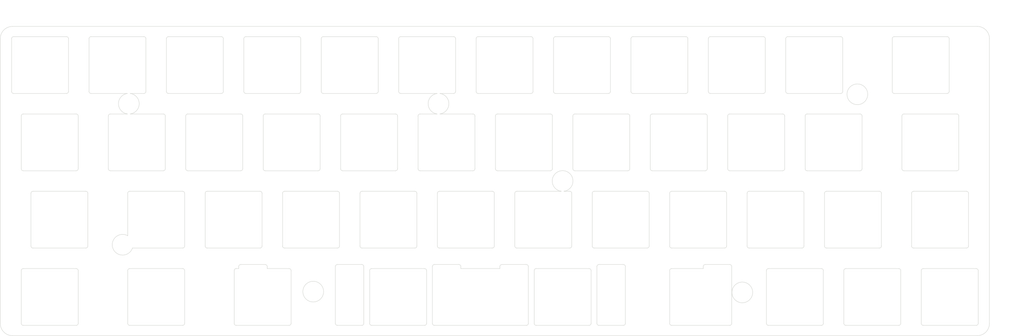
<source format=kicad_pcb>
(kicad_pcb (version 20171130) (host pcbnew "(5.1.10)-1")

  (general
    (thickness 1.6)
    (drawings 422)
    (tracks 0)
    (zones 0)
    (modules 0)
    (nets 1)
  )

  (page A4)
  (layers
    (0 F.Cu signal)
    (31 B.Cu signal)
    (32 B.Adhes user)
    (33 F.Adhes user)
    (34 B.Paste user)
    (35 F.Paste user)
    (36 B.SilkS user)
    (37 F.SilkS user)
    (38 B.Mask user)
    (39 F.Mask user)
    (40 Dwgs.User user)
    (41 Cmts.User user)
    (42 Eco1.User user)
    (43 Eco2.User user)
    (44 Edge.Cuts user)
    (45 Margin user)
    (46 B.CrtYd user)
    (47 F.CrtYd user)
    (48 B.Fab user)
    (49 F.Fab user)
  )

  (setup
    (last_trace_width 0.25)
    (trace_clearance 0.2)
    (zone_clearance 0.508)
    (zone_45_only no)
    (trace_min 0.2)
    (via_size 0.8)
    (via_drill 0.4)
    (via_min_size 0.4)
    (via_min_drill 0.3)
    (uvia_size 0.3)
    (uvia_drill 0.1)
    (uvias_allowed no)
    (uvia_min_size 0.2)
    (uvia_min_drill 0.1)
    (edge_width 0.05)
    (segment_width 0.2)
    (pcb_text_width 0.3)
    (pcb_text_size 1.5 1.5)
    (mod_edge_width 0.12)
    (mod_text_size 1 1)
    (mod_text_width 0.15)
    (pad_size 1.524 1.524)
    (pad_drill 0.762)
    (pad_to_mask_clearance 0)
    (aux_axis_origin 0 0)
    (grid_origin 22.2236 24.6047)
    (visible_elements 7FFFEFFF)
    (pcbplotparams
      (layerselection 0x3f0ff_ffffffff)
      (usegerberextensions false)
      (usegerberattributes false)
      (usegerberadvancedattributes false)
      (creategerberjobfile false)
      (excludeedgelayer true)
      (linewidth 0.100000)
      (plotframeref false)
      (viasonmask false)
      (mode 1)
      (useauxorigin false)
      (hpglpennumber 1)
      (hpglpenspeed 20)
      (hpglpendiameter 15.000000)
      (psnegative false)
      (psa4output false)
      (plotreference true)
      (plotvalue true)
      (plotinvisibletext false)
      (padsonsilk false)
      (subtractmaskfromsilk false)
      (outputformat 1)
      (mirror false)
      (drillshape 0)
      (scaleselection 1)
      (outputdirectory "./"))
  )

  (net 0 "")

  (net_class Default "This is the default net class."
    (clearance 0.2)
    (trace_width 0.25)
    (via_dia 0.8)
    (via_drill 0.4)
    (uvia_dia 0.3)
    (uvia_drill 0.1)
  )

  (dimension 76.199902 (width 0.15) (layer Dwgs.User)
    (gr_text "76.200 mm" (at 279.111099 67.217165 89.99999925) (layer Dwgs.User)
      (effects (font (size 1 1) (thickness 0.15)))
    )
    (feature1 (pts (xy 268.952107 29.117214) (xy 278.397521 29.117214)))
    (feature2 (pts (xy 268.952106 105.317116) (xy 278.39752 105.317116)))
    (crossbar (pts (xy 277.811099 105.317116) (xy 277.8111 29.117214)))
    (arrow1a (pts (xy 277.8111 29.117214) (xy 278.397521 30.243718)))
    (arrow1b (pts (xy 277.8111 29.117214) (xy 277.224679 30.243718)))
    (arrow2a (pts (xy 277.811099 105.317116) (xy 278.39752 104.190612)))
    (arrow2b (pts (xy 277.811099 105.317116) (xy 277.224678 104.190612)))
  )
  (dimension 243.387292 (width 0.15) (layer Dwgs.User)
    (gr_text "243.387 mm" (at 150.25846 23.3047) (layer Dwgs.User)
      (effects (font (size 1 1) (thickness 0.15)))
    )
    (feature1 (pts (xy 271.952106 32.117214) (xy 271.952106 24.018279)))
    (feature2 (pts (xy 28.564814 32.117214) (xy 28.564814 24.018279)))
    (crossbar (pts (xy 28.564814 24.6047) (xy 271.952106 24.6047)))
    (arrow1a (pts (xy 271.952106 24.6047) (xy 270.825602 25.191121)))
    (arrow1b (pts (xy 271.952106 24.6047) (xy 270.825602 24.018279)))
    (arrow2a (pts (xy 28.564814 24.6047) (xy 29.691318 25.191121)))
    (arrow2b (pts (xy 28.564814 24.6047) (xy 29.691318 24.018279)))
  )
  (gr_arc (start 60.189475 48.162874) (end 59.824874 45.639074) (angle -163.9454468) (layer Edge.Cuts) (width 0.1))
  (gr_arc (start 131.857975 64.189075) (end 131.357975 64.189075) (angle -90) (layer Edge.Cuts) (width 0.1))
  (gr_arc (start 68.657975 64.189075) (end 68.657975 64.689075) (angle -90) (layer Edge.Cuts) (width 0.1))
  (gr_line (start 144.857975 50.689075) (end 136.74567 50.689075) (layer Edge.Cuts) (width 0.1))
  (gr_line (start 50.395475 32.139074) (end 50.395474 45.139074) (layer Edge.Cuts) (width 0.1))
  (gr_line (start 166.581681 69.739075) (end 155.670475 69.739075) (layer Edge.Cuts) (width 0.1))
  (gr_arc (start 136.389475 48.164076) (end 136.033279 45.639075) (angle -163.9408337) (layer Edge.Cuts) (width 0.1))
  (gr_line (start 140.095475 31.639074) (end 127.095475 31.639074) (layer Edge.Cuts) (width 0.1))
  (gr_arc (start 136.389475 48.164076) (end 136.74567 50.689075) (angle -163.9408337) (layer Edge.Cuts) (width 0.1))
  (gr_arc (start 50.895475 32.139074) (end 50.895475 31.639074) (angle -90) (layer Edge.Cuts) (width 0.1))
  (gr_arc (start 50.895475 45.139075) (end 50.395474 45.139074) (angle -90) (layer Edge.Cuts) (width 0.1))
  (gr_line (start 136.033279 50.689075) (end 131.857975 50.689075) (layer Edge.Cuts) (width 0.1))
  (gr_line (start 140.595475 45.139074) (end 140.595475 32.139074) (layer Edge.Cuts) (width 0.1))
  (gr_line (start 169.170475 83.239075) (end 169.170475 70.239074) (layer Edge.Cuts) (width 0.1))
  (gr_arc (start 166.924875 67.212274) (end 167.268068 69.739075) (angle -344.5306756) (layer Edge.Cuts) (width 0.1))
  (gr_arc (start 60.189475 48.162874) (end 60.537057 50.689075) (angle -163.9454468) (layer Edge.Cuts) (width 0.1))
  (gr_line (start 59.841892 50.689075) (end 55.657975 50.689075) (layer Edge.Cuts) (width 0.1))
  (gr_arc (start 117.513724 102.289074) (end 117.513726 102.789075) (angle -90) (layer Edge.Cuts) (width 0.1))
  (gr_line (start 63.895475 31.639075) (end 50.895475 31.639074) (layer Edge.Cuts) (width 0.1))
  (gr_arc (start 63.895475 32.139074) (end 64.395475 32.139074) (angle -90) (layer Edge.Cuts) (width 0.1))
  (gr_arc (start 168.670475 83.239075) (end 168.670475 83.739074) (angle -90) (layer Edge.Cuts) (width 0.1))
  (gr_line (start 155.170474 70.239074) (end 155.170474 83.239075) (layer Edge.Cuts) (width 0.1))
  (gr_line (start 145.357975 64.189075) (end 145.357975 51.189076) (layer Edge.Cuts) (width 0.1))
  (gr_line (start 136.74567 45.639075) (end 140.095476 45.639075) (layer Edge.Cuts) (width 0.1))
  (gr_arc (start 63.895474 45.139074) (end 63.895475 45.639075) (angle -90) (layer Edge.Cuts) (width 0.1))
  (gr_line (start 111.013725 88.289075) (end 111.013724 102.289074) (layer Edge.Cuts) (width 0.1))
  (gr_arc (start 144.857975 64.189075) (end 144.857975 64.689075) (angle -90) (layer Edge.Cuts) (width 0.1))
  (gr_arc (start 131.857975 51.189073) (end 131.857975 50.689075) (angle -90) (layer Edge.Cuts) (width 0.1))
  (gr_line (start 127.095474 45.639075) (end 136.033279 45.639075) (layer Edge.Cuts) (width 0.1))
  (gr_line (start 68.657975 50.689075) (end 60.537057 50.689075) (layer Edge.Cuts) (width 0.1))
  (gr_line (start 60.554075 45.639074) (end 63.895475 45.639075) (layer Edge.Cuts) (width 0.1))
  (gr_line (start 126.595475 32.139074) (end 126.595475 45.139074) (layer Edge.Cuts) (width 0.1))
  (gr_arc (start 140.095475 32.139074) (end 140.595475 32.139074) (angle -90) (layer Edge.Cuts) (width 0.1))
  (gr_line (start 64.395475 45.139074) (end 64.395475 32.139074) (layer Edge.Cuts) (width 0.1))
  (gr_arc (start 168.670475 70.239074) (end 169.170475 70.239074) (angle -90) (layer Edge.Cuts) (width 0.1))
  (gr_line (start 168.670474 69.739075) (end 167.268068 69.739075) (layer Edge.Cuts) (width 0.1))
  (gr_line (start 111.513725 102.789075) (end 117.513726 102.789075) (layer Edge.Cuts) (width 0.1))
  (gr_arc (start 155.670475 83.239075) (end 155.170474 83.239075) (angle -90) (layer Edge.Cuts) (width 0.1))
  (gr_arc (start 68.657974 51.189075) (end 69.157975 51.189075) (angle -90) (layer Edge.Cuts) (width 0.1))
  (gr_arc (start 155.670474 70.239074) (end 155.670475 69.739075) (angle -90) (layer Edge.Cuts) (width 0.1))
  (gr_arc (start 144.857975 51.189075) (end 145.357975 51.189076) (angle -90) (layer Edge.Cuts) (width 0.1))
  (gr_line (start 131.857975 64.689075) (end 144.857975 64.689075) (layer Edge.Cuts) (width 0.1))
  (gr_arc (start 140.095475 45.139075) (end 140.095476 45.639075) (angle -90) (layer Edge.Cuts) (width 0.1))
  (gr_arc (start 127.095475 32.139075) (end 127.095475 31.639074) (angle -90) (layer Edge.Cuts) (width 0.1))
  (gr_arc (start 55.657975 51.189075) (end 55.657975 50.689075) (angle -90) (layer Edge.Cuts) (width 0.1))
  (gr_line (start 50.895475 45.639074) (end 59.824874 45.639074) (layer Edge.Cuts) (width 0.1))
  (gr_arc (start 111.513725 102.289074) (end 111.013724 102.289074) (angle -90) (layer Edge.Cuts) (width 0.1))
  (gr_line (start 155.670475 83.739075) (end 168.670475 83.739074) (layer Edge.Cuts) (width 0.1))
  (gr_line (start 131.357976 51.189075) (end 131.357975 64.189075) (layer Edge.Cuts) (width 0.1))
  (gr_arc (start 127.095475 45.139073) (end 126.595475 45.139074) (angle -90) (layer Edge.Cuts) (width 0.1))
  (gr_line (start 55.157975 51.189075) (end 55.157975 64.189075) (layer Edge.Cuts) (width 0.1))
  (gr_line (start 69.157975 64.189075) (end 69.157975 51.189075) (layer Edge.Cuts) (width 0.1))
  (gr_arc (start 55.657975 64.189075) (end 55.157975 64.189075) (angle -90) (layer Edge.Cuts) (width 0.1))
  (gr_line (start 55.657975 64.689074) (end 68.657975 64.689075) (layer Edge.Cuts) (width 0.1))
  (gr_arc (start 136.620475 70.239075) (end 136.620475 69.739074) (angle -90) (layer Edge.Cuts) (width 0.1))
  (gr_line (start 193.270475 83.239075) (end 193.270475 70.239074) (layer Edge.Cuts) (width 0.1))
  (gr_arc (start 206.770475 83.239074) (end 206.770475 83.739075) (angle -90) (layer Edge.Cuts) (width 0.1))
  (gr_arc (start 193.770475 70.239075) (end 193.770475 69.739074) (angle -90) (layer Edge.Cuts) (width 0.1))
  (gr_line (start 207.270475 70.239074) (end 207.270475 83.239075) (layer Edge.Cuts) (width 0.1))
  (gr_arc (start 193.770475 83.239075) (end 193.270475 83.239075) (angle -90) (layer Edge.Cuts) (width 0.1))
  (gr_line (start 206.770475 83.739075) (end 193.770475 83.739074) (layer Edge.Cuts) (width 0.1))
  (gr_arc (start 111.513725 88.289074) (end 111.513725 87.789075) (angle -90) (layer Edge.Cuts) (width 0.1))
  (gr_arc (start 149.620475 70.239074) (end 150.120475 70.239074) (angle -90) (layer Edge.Cuts) (width 0.1))
  (gr_arc (start 136.620476 83.239075) (end 136.120475 83.239075) (angle -90) (layer Edge.Cuts) (width 0.1))
  (gr_arc (start 149.620475 83.239075) (end 149.620475 83.739075) (angle -90) (layer Edge.Cuts) (width 0.1))
  (gr_arc (start 206.770475 70.239074) (end 207.270475 70.239074) (angle -90) (layer Edge.Cuts) (width 0.1))
  (gr_line (start 117.513725 87.789075) (end 111.513725 87.789075) (layer Edge.Cuts) (width 0.1))
  (gr_arc (start 117.513725 88.289075) (end 118.013725 88.289075) (angle -90) (layer Edge.Cuts) (width 0.1))
  (gr_line (start 118.013725 102.289074) (end 118.013725 88.289075) (layer Edge.Cuts) (width 0.1))
  (gr_line (start 33.726725 102.289074) (end 33.726725 89.289075) (layer Edge.Cuts) (width 0.1))
  (gr_arc (start 34.226724 89.289075) (end 34.226725 88.789075) (angle -90) (layer Edge.Cuts) (width 0.1))
  (gr_arc (start 34.226725 102.289074) (end 33.726725 102.289074) (angle -90) (layer Edge.Cuts) (width 0.1))
  (gr_line (start 47.226725 102.789075) (end 34.226725 102.789075) (layer Edge.Cuts) (width 0.1))
  (gr_arc (start 47.226725 102.289075) (end 47.226725 102.789075) (angle -90) (layer Edge.Cuts) (width 0.1))
  (gr_line (start 47.726725 89.289075) (end 47.726724 102.289074) (layer Edge.Cuts) (width 0.1))
  (gr_arc (start 47.226725 89.289075) (end 47.726725 89.289075) (angle -90) (layer Edge.Cuts) (width 0.1))
  (gr_line (start 136.120475 83.239075) (end 136.120475 70.239074) (layer Edge.Cuts) (width 0.1))
  (gr_line (start 150.120475 70.239074) (end 150.120475 83.239075) (layer Edge.Cuts) (width 0.1))
  (gr_line (start 34.226725 88.789075) (end 47.226725 88.789075) (layer Edge.Cuts) (width 0.1))
  (gr_line (start 193.770475 69.739074) (end 206.770475 69.739074) (layer Edge.Cuts) (width 0.1))
  (gr_line (start 149.620475 83.739075) (end 136.620475 83.739075) (layer Edge.Cuts) (width 0.1))
  (gr_line (start 136.620475 69.739074) (end 149.620475 69.739074) (layer Edge.Cuts) (width 0.1))
  (gr_line (start 235.345475 31.639074) (end 222.345475 31.639074) (layer Edge.Cuts) (width 0.1))
  (gr_arc (start 146.145475 32.139075) (end 146.145475 31.639074) (angle -90) (layer Edge.Cuts) (width 0.1))
  (gr_arc (start 235.345475 32.139074) (end 235.845475 32.139074) (angle -90) (layer Edge.Cuts) (width 0.1))
  (gr_line (start 181.870975 102.789076) (end 175.870975 102.789075) (layer Edge.Cuts) (width 0.1))
  (gr_line (start 236.632975 88.789075) (end 249.632975 88.789075) (layer Edge.Cuts) (width 0.1))
  (gr_line (start 236.132976 102.289074) (end 236.132975 89.289075) (layer Edge.Cuts) (width 0.1))
  (gr_arc (start 202.007975 51.189074) (end 202.507975 51.189075) (angle -90) (layer Edge.Cuts) (width 0.1))
  (gr_arc (start 159.145475 32.139075) (end 159.645475 32.139074) (angle -90) (layer Edge.Cuts) (width 0.1))
  (gr_line (start 159.645475 32.139074) (end 159.645475 45.139074) (layer Edge.Cuts) (width 0.1))
  (gr_line (start 175.370974 102.289074) (end 175.370975 88.289075) (layer Edge.Cuts) (width 0.1))
  (gr_line (start 151.494975 88.789075) (end 151.494975 88.289075) (layer Edge.Cuts) (width 0.1))
  (gr_arc (start 157.994975 88.289075) (end 158.494975 88.289075) (angle -90) (layer Edge.Cuts) (width 0.1))
  (gr_line (start 141.889725 88.789076) (end 151.494975 88.789075) (layer Edge.Cuts) (width 0.1))
  (gr_arc (start 175.870975 102.289074) (end 175.370974 102.289074) (angle -90) (layer Edge.Cuts) (width 0.1))
  (gr_line (start 188.507975 64.189075) (end 188.507974 51.189076) (layer Edge.Cuts) (width 0.1))
  (gr_line (start 159.145475 45.639075) (end 146.145475 45.639075) (layer Edge.Cuts) (width 0.1))
  (gr_arc (start 222.345475 45.139075) (end 221.845475 45.139074) (angle -90) (layer Edge.Cuts) (width 0.1))
  (gr_line (start 250.132975 89.289075) (end 250.132976 102.289074) (layer Edge.Cuts) (width 0.1))
  (gr_line (start 69.945475 31.639073) (end 82.945475 31.639073) (layer Edge.Cuts) (width 0.1))
  (gr_arc (start 189.007974 64.189075) (end 188.507975 64.189075) (angle -90) (layer Edge.Cuts) (width 0.1))
  (gr_line (start 202.507975 51.189075) (end 202.507975 64.189075) (layer Edge.Cuts) (width 0.1))
  (gr_line (start 221.845475 32.139074) (end 221.845475 45.139074) (layer Edge.Cuts) (width 0.1))
  (gr_line (start 174.720475 69.739074) (end 187.720476 69.739075) (layer Edge.Cuts) (width 0.1))
  (gr_arc (start 174.720475 70.239074) (end 174.720475 69.739074) (angle -90) (layer Edge.Cuts) (width 0.1))
  (gr_arc (start 146.145475 45.139074) (end 145.645475 45.139074) (angle -90) (layer Edge.Cuts) (width 0.1))
  (gr_line (start 235.845475 45.139074) (end 235.845475 32.139074) (layer Edge.Cuts) (width 0.1))
  (gr_arc (start 187.720474 83.239074) (end 187.720475 83.739074) (angle -90) (layer Edge.Cuts) (width 0.1))
  (gr_line (start 174.220476 83.239075) (end 174.220475 70.239075) (layer Edge.Cuts) (width 0.1))
  (gr_arc (start 187.720475 70.239074) (end 188.220475 70.239075) (angle -90) (layer Edge.Cuts) (width 0.1))
  (gr_arc (start 181.870974 88.289074) (end 182.370975 88.289075) (angle -90) (layer Edge.Cuts) (width 0.1))
  (gr_line (start 141.889725 88.289075) (end 141.889725 88.789076) (layer Edge.Cuts) (width 0.1))
  (gr_arc (start 175.870975 88.289075) (end 175.870975 87.789075) (angle -90) (layer Edge.Cuts) (width 0.1))
  (gr_line (start 222.345474 45.639075) (end 235.345476 45.639075) (layer Edge.Cuts) (width 0.1))
  (gr_arc (start 159.145475 45.139074) (end 159.145475 45.639075) (angle -90) (layer Edge.Cuts) (width 0.1))
  (gr_arc (start 181.870974 102.289074) (end 181.870975 102.789076) (angle -90) (layer Edge.Cuts) (width 0.1))
  (gr_line (start 202.007975 64.689075) (end 189.007975 64.689075) (layer Edge.Cuts) (width 0.1))
  (gr_arc (start 249.632975 102.289074) (end 249.632975 102.789075) (angle -90) (layer Edge.Cuts) (width 0.1))
  (gr_line (start 175.870975 87.789075) (end 181.870975 87.789075) (layer Edge.Cuts) (width 0.1))
  (gr_arc (start 174.720475 83.239075) (end 174.220476 83.239075) (angle -90) (layer Edge.Cuts) (width 0.1))
  (gr_line (start 187.720475 83.739074) (end 174.720475 83.739074) (layer Edge.Cuts) (width 0.1))
  (gr_arc (start 235.345474 45.139074) (end 235.345476 45.639075) (angle -90) (layer Edge.Cuts) (width 0.1))
  (gr_line (start 188.220475 70.239075) (end 188.220474 83.239075) (layer Edge.Cuts) (width 0.1))
  (gr_line (start 157.994975 102.789075) (end 135.389724 102.789075) (layer Edge.Cuts) (width 0.1))
  (gr_arc (start 236.632975 102.289075) (end 236.132976 102.289074) (angle -90) (layer Edge.Cuts) (width 0.1))
  (gr_line (start 151.994975 87.789075) (end 157.994975 87.789075) (layer Edge.Cuts) (width 0.1))
  (gr_arc (start 135.389724 102.289074) (end 134.889725 102.289074) (angle -90) (layer Edge.Cuts) (width 0.1))
  (gr_arc (start 157.994975 102.289074) (end 157.994975 102.789075) (angle -90) (layer Edge.Cuts) (width 0.1))
  (gr_line (start 158.494975 88.289075) (end 158.494974 102.289074) (layer Edge.Cuts) (width 0.1))
  (gr_line (start 189.007975 50.689075) (end 202.007975 50.689074) (layer Edge.Cuts) (width 0.1))
  (gr_arc (start 189.007975 51.189076) (end 189.007975 50.689075) (angle -90) (layer Edge.Cuts) (width 0.1))
  (gr_arc (start 151.994975 88.289075) (end 151.994975 87.789075) (angle -90) (layer Edge.Cuts) (width 0.1))
  (gr_arc (start 141.389725 88.289075) (end 141.889725 88.289075) (angle -90) (layer Edge.Cuts) (width 0.1))
  (gr_line (start 146.145475 31.639074) (end 159.145475 31.639074) (layer Edge.Cuts) (width 0.1))
  (gr_line (start 135.389725 87.789075) (end 141.389725 87.789075) (layer Edge.Cuts) (width 0.1))
  (gr_line (start 145.645475 45.139074) (end 145.645475 32.139074) (layer Edge.Cuts) (width 0.1))
  (gr_arc (start 135.389725 88.289075) (end 135.389725 87.789075) (angle -90) (layer Edge.Cuts) (width 0.1))
  (gr_line (start 182.370975 88.289075) (end 182.370975 102.289074) (layer Edge.Cuts) (width 0.1))
  (gr_line (start 249.632975 102.789075) (end 236.632975 102.789075) (layer Edge.Cuts) (width 0.1))
  (gr_line (start 134.889725 102.289074) (end 134.889725 88.289075) (layer Edge.Cuts) (width 0.1))
  (gr_arc (start 249.632975 89.289074) (end 250.132975 89.289075) (angle -90) (layer Edge.Cuts) (width 0.1))
  (gr_arc (start 202.007974 64.189075) (end 202.007975 64.689075) (angle -90) (layer Edge.Cuts) (width 0.1))
  (gr_arc (start 236.632976 89.289075) (end 236.632975 88.789075) (angle -90) (layer Edge.Cuts) (width 0.1))
  (gr_arc (start 222.345475 32.139075) (end 222.345475 31.639074) (angle -90) (layer Edge.Cuts) (width 0.1))
  (gr_circle (center 211.142475 94.666575) (end 208.592475 94.666575) (layer Edge.Cuts) (width 0.1))
  (gr_arc (start 92.470475 83.239075) (end 92.470475 83.739075) (angle -90) (layer Edge.Cuts) (width 0.1))
  (gr_arc (start 47.226725 64.189075) (end 47.226725 64.689075) (angle -90) (layer Edge.Cuts) (width 0.1))
  (gr_arc (start 87.707976 51.189075) (end 88.207975 51.189075) (angle -90) (layer Edge.Cuts) (width 0.1))
  (gr_arc (start 74.707975 51.189074) (end 74.707975 50.689075) (angle -90) (layer Edge.Cuts) (width 0.1))
  (gr_line (start 33.726725 64.189075) (end 33.726725 51.189075) (layer Edge.Cuts) (width 0.1))
  (gr_arc (start 34.226725 64.189075) (end 33.726725 64.189075) (angle -90) (layer Edge.Cuts) (width 0.1))
  (gr_line (start 88.207975 51.189075) (end 88.207975 64.189075) (layer Edge.Cuts) (width 0.1))
  (gr_circle (center 239.452515 45.845054) (end 236.902515 45.845055) (layer Edge.Cuts) (width 0.1))
  (gr_arc (start 79.470475 83.239075) (end 78.970476 83.239075) (angle -90) (layer Edge.Cuts) (width 0.1))
  (gr_line (start 47.726726 51.189075) (end 47.726725 64.189075) (layer Edge.Cuts) (width 0.1))
  (gr_line (start 74.707975 50.689075) (end 87.707975 50.689075) (layer Edge.Cuts) (width 0.1))
  (gr_arc (start 34.226725 51.189075) (end 34.226725 50.689075) (angle -90) (layer Edge.Cuts) (width 0.1))
  (gr_arc (start 73.420475 83.239075) (end 73.420475 83.739074) (angle -90) (layer Edge.Cuts) (width 0.1))
  (gr_line (start 74.207975 64.189075) (end 74.207975 51.189075) (layer Edge.Cuts) (width 0.1))
  (gr_line (start 47.226725 64.689075) (end 34.226725 64.689075) (layer Edge.Cuts) (width 0.1))
  (gr_line (start 59.920475 70.239075) (end 59.920475 80.700281) (layer Edge.Cuts) (width 0.1))
  (gr_arc (start 31.564814 32.117214) (end 31.564814 29.117214) (angle -90) (layer Edge.Cuts) (width 0.1))
  (gr_line (start 61.076629 83.739075) (end 73.420475 83.739074) (layer Edge.Cuts) (width 0.1))
  (gr_arc (start 79.470474 70.239074) (end 79.470475 69.739074) (angle -90) (layer Edge.Cuts) (width 0.1))
  (gr_line (start 34.226725 50.689075) (end 47.226725 50.689075) (layer Edge.Cuts) (width 0.1))
  (gr_line (start 78.970476 83.239075) (end 78.970476 70.239074) (layer Edge.Cuts) (width 0.1))
  (gr_line (start 92.970475 70.239075) (end 92.970476 83.239075) (layer Edge.Cuts) (width 0.1))
  (gr_line (start 73.420475 69.739074) (end 60.420475 69.739074) (layer Edge.Cuts) (width 0.1))
  (gr_line (start 87.707975 64.689075) (end 74.707975 64.689075) (layer Edge.Cuts) (width 0.1))
  (gr_line (start 73.920474 83.239075) (end 73.920475 70.239075) (layer Edge.Cuts) (width 0.1))
  (gr_line (start 36.607975 69.739074) (end 49.607975 69.739075) (layer Edge.Cuts) (width 0.1))
  (gr_arc (start 106.757975 51.189075) (end 107.257975 51.189075) (angle -90) (layer Edge.Cuts) (width 0.1))
  (gr_arc (start 49.607975 70.239074) (end 50.107975 70.239074) (angle -90) (layer Edge.Cuts) (width 0.1))
  (gr_line (start 107.257975 64.189075) (end 107.257975 51.189075) (layer Edge.Cuts) (width 0.1))
  (gr_arc (start 106.757975 64.189075) (end 106.757975 64.689074) (angle -90) (layer Edge.Cuts) (width 0.1))
  (gr_line (start 93.757975 64.689074) (end 106.757975 64.689074) (layer Edge.Cuts) (width 0.1))
  (gr_line (start 266.301725 83.739075) (end 253.301725 83.739075) (layer Edge.Cuts) (width 0.1))
  (gr_arc (start 266.301724 83.239074) (end 266.301725 83.739075) (angle -90) (layer Edge.Cuts) (width 0.1))
  (gr_arc (start 253.301725 83.239075) (end 252.801725 83.239075) (angle -90) (layer Edge.Cuts) (width 0.1))
  (gr_line (start 266.801725 70.239074) (end 266.801725 83.239075) (layer Edge.Cuts) (width 0.1))
  (gr_arc (start 266.301725 70.239074) (end 266.801725 70.239074) (angle -90) (layer Edge.Cuts) (width 0.1))
  (gr_line (start 253.301725 69.739074) (end 266.301725 69.739075) (layer Edge.Cuts) (width 0.1))
  (gr_arc (start 74.707974 64.189075) (end 74.207975 64.189075) (angle -90) (layer Edge.Cuts) (width 0.1))
  (gr_line (start 92.470475 83.739075) (end 79.470475 83.739074) (layer Edge.Cuts) (width 0.1))
  (gr_circle (center 105.563435 94.467673) (end 103.013434 94.467673) (layer Edge.Cuts) (width 0.1))
  (gr_arc (start 253.301725 70.239075) (end 253.301725 69.739074) (angle -90) (layer Edge.Cuts) (width 0.1))
  (gr_line (start 252.801725 83.239075) (end 252.801725 70.239074) (layer Edge.Cuts) (width 0.1))
  (gr_line (start 36.107975 83.239075) (end 36.107975 70.239074) (layer Edge.Cuts) (width 0.1))
  (gr_arc (start 58.662336 82.918294) (end 59.920475 80.700281) (angle -280.7871996) (layer Edge.Cuts) (width 0.1))
  (gr_arc (start 47.226725 51.189075) (end 47.726726 51.189075) (angle -90) (layer Edge.Cuts) (width 0.1))
  (gr_arc (start 36.607976 83.239075) (end 36.107975 83.239075) (angle -90) (layer Edge.Cuts) (width 0.1))
  (gr_line (start 49.607975 83.739075) (end 36.607975 83.739075) (layer Edge.Cuts) (width 0.1))
  (gr_arc (start 60.420475 70.239074) (end 60.420475 69.739074) (angle -90) (layer Edge.Cuts) (width 0.1))
  (gr_arc (start 92.470475 70.239074) (end 92.970475 70.239075) (angle -90) (layer Edge.Cuts) (width 0.1))
  (gr_arc (start 49.607975 83.239075) (end 49.607975 83.739075) (angle -90) (layer Edge.Cuts) (width 0.1))
  (gr_arc (start 87.707975 64.189075) (end 87.707975 64.689075) (angle -90) (layer Edge.Cuts) (width 0.1))
  (gr_line (start 28.564814 102.317116) (end 28.564814 32.117215) (layer Edge.Cuts) (width 0.1))
  (gr_line (start 50.107975 70.239074) (end 50.107975 83.239075) (layer Edge.Cuts) (width 0.1))
  (gr_arc (start 73.420475 70.239074) (end 73.920475 70.239075) (angle -90) (layer Edge.Cuts) (width 0.1))
  (gr_arc (start 36.607974 70.239074) (end 36.607975 69.739074) (angle -90) (layer Edge.Cuts) (width 0.1))
  (gr_line (start 79.470475 69.739074) (end 92.470475 69.739074) (layer Edge.Cuts) (width 0.1))
  (gr_arc (start 31.564814 102.317116) (end 28.564814 102.317116) (angle -90) (layer Edge.Cuts) (width 0.1))
  (gr_line (start 271.952106 32.117214) (end 271.952107 102.317115) (layer Edge.Cuts) (width 0.1))
  (gr_line (start 31.564814 29.117214) (end 268.952107 29.117214) (layer Edge.Cuts) (width 0.1))
  (gr_line (start 268.952106 105.317116) (end 31.564814 105.317116) (layer Edge.Cuts) (width 0.1))
  (gr_arc (start 268.952106 102.317115) (end 268.952106 105.317116) (angle -90) (layer Edge.Cuts) (width 0.1))
  (gr_arc (start 268.952107 32.117213) (end 271.952106 32.117214) (angle -90) (layer Edge.Cuts) (width 0.1))
  (gr_arc (start 221.057974 51.189074) (end 221.557975 51.189075) (angle -90) (layer Edge.Cuts) (width 0.1))
  (gr_arc (start 86.614225 89.289074) (end 86.614225 88.789076) (angle -90) (layer Edge.Cuts) (width 0.1))
  (gr_line (start 269.182975 89.289075) (end 269.182975 102.289074) (layer Edge.Cuts) (width 0.1))
  (gr_line (start 207.557974 51.189075) (end 207.557975 64.189075) (layer Edge.Cuts) (width 0.1))
  (gr_arc (start 150.907975 64.189075) (end 150.407975 64.189075) (angle -90) (layer Edge.Cuts) (width 0.1))
  (gr_arc (start 163.907975 64.189075) (end 163.907975 64.689075) (angle -90) (layer Edge.Cuts) (width 0.1))
  (gr_arc (start 87.732975 88.289075) (end 87.732975 87.789075) (angle -90) (layer Edge.Cuts) (width 0.1))
  (gr_arc (start 208.057975 51.189075) (end 208.057975 50.689075) (angle -90) (layer Edge.Cuts) (width 0.1))
  (gr_arc (start 99.614225 89.289075) (end 100.114226 89.289075) (angle -90) (layer Edge.Cuts) (width 0.1))
  (gr_arc (start 261.539224 45.139074) (end 261.539225 45.639075) (angle -90) (layer Edge.Cuts) (width 0.1))
  (gr_arc (start 99.614225 102.289074) (end 99.614225 102.789075) (angle -90) (layer Edge.Cuts) (width 0.1))
  (gr_line (start 93.732975 87.789075) (end 87.732975 87.789075) (layer Edge.Cuts) (width 0.1))
  (gr_line (start 87.232975 88.289075) (end 87.232975 88.789075) (layer Edge.Cuts) (width 0.1))
  (gr_line (start 268.682974 102.789075) (end 255.682975 102.789075) (layer Edge.Cuts) (width 0.1))
  (gr_arc (start 255.682975 89.289075) (end 255.682975 88.789075) (angle -90) (layer Edge.Cuts) (width 0.1))
  (gr_line (start 208.057975 64.689074) (end 221.057975 64.689075) (layer Edge.Cuts) (width 0.1))
  (gr_arc (start 150.907975 51.189074) (end 150.907975 50.689075) (angle -90) (layer Edge.Cuts) (width 0.1))
  (gr_arc (start 248.539225 32.139075) (end 248.539225 31.639074) (angle -90) (layer Edge.Cuts) (width 0.1))
  (gr_line (start 106.757975 50.689075) (end 93.757975 50.689075) (layer Edge.Cuts) (width 0.1))
  (gr_line (start 255.182975 102.289074) (end 255.182975 89.289075) (layer Edge.Cuts) (width 0.1))
  (gr_arc (start 268.682974 102.289074) (end 268.682974 102.789075) (angle -90) (layer Edge.Cuts) (width 0.1))
  (gr_line (start 250.420475 64.189075) (end 250.420475 51.189075) (layer Edge.Cuts) (width 0.1))
  (gr_line (start 100.114225 102.289074) (end 100.114226 89.289075) (layer Edge.Cuts) (width 0.1))
  (gr_line (start 44.845475 45.639075) (end 31.845475 45.639074) (layer Edge.Cuts) (width 0.1))
  (gr_line (start 150.907975 50.689075) (end 163.907975 50.689075) (layer Edge.Cuts) (width 0.1))
  (gr_line (start 86.114225 89.289075) (end 86.114225 102.289074) (layer Edge.Cuts) (width 0.1))
  (gr_arc (start 93.732975 88.289075) (end 94.232975 88.289075) (angle -90) (layer Edge.Cuts) (width 0.1))
  (gr_line (start 94.232974 88.789075) (end 94.232975 88.289075) (layer Edge.Cuts) (width 0.1))
  (gr_line (start 45.345475 32.139074) (end 45.345475 45.139074) (layer Edge.Cuts) (width 0.1))
  (gr_line (start 31.845475 31.639074) (end 44.845475 31.639074) (layer Edge.Cuts) (width 0.1))
  (gr_line (start 93.257975 51.189075) (end 93.257975 64.189075) (layer Edge.Cuts) (width 0.1))
  (gr_line (start 31.345475 45.139074) (end 31.345475 32.139074) (layer Edge.Cuts) (width 0.1))
  (gr_arc (start 255.682975 102.289075) (end 255.182975 102.289074) (angle -90) (layer Edge.Cuts) (width 0.1))
  (gr_arc (start 208.057974 64.189075) (end 207.557975 64.189075) (angle -90) (layer Edge.Cuts) (width 0.1))
  (gr_line (start 99.614225 88.789075) (end 94.232974 88.789075) (layer Edge.Cuts) (width 0.1))
  (gr_line (start 248.539225 31.639074) (end 261.539225 31.639075) (layer Edge.Cuts) (width 0.1))
  (gr_arc (start 93.757975 51.189075) (end 93.757975 50.689075) (angle -90) (layer Edge.Cuts) (width 0.1))
  (gr_arc (start 31.845475 32.139075) (end 31.845475 31.639074) (angle -90) (layer Edge.Cuts) (width 0.1))
  (gr_line (start 250.920475 50.689075) (end 263.920475 50.689075) (layer Edge.Cuts) (width 0.1))
  (gr_arc (start 248.539224 45.139076) (end 248.039225 45.139074) (angle -90) (layer Edge.Cuts) (width 0.1))
  (gr_arc (start 250.920475 51.189075) (end 250.920475 50.689075) (angle -90) (layer Edge.Cuts) (width 0.1))
  (gr_arc (start 93.757975 64.189075) (end 93.257975 64.189075) (angle -90) (layer Edge.Cuts) (width 0.1))
  (gr_line (start 261.539225 45.639075) (end 248.539226 45.639075) (layer Edge.Cuts) (width 0.1))
  (gr_line (start 164.407975 51.189075) (end 164.407975 64.189075) (layer Edge.Cuts) (width 0.1))
  (gr_arc (start 250.920475 64.189075) (end 250.420475 64.189075) (angle -90) (layer Edge.Cuts) (width 0.1))
  (gr_line (start 262.039225 32.139074) (end 262.039225 45.139074) (layer Edge.Cuts) (width 0.1))
  (gr_line (start 263.920475 64.689075) (end 250.920475 64.689074) (layer Edge.Cuts) (width 0.1))
  (gr_arc (start 263.920475 64.189074) (end 263.920475 64.689075) (angle -90) (layer Edge.Cuts) (width 0.1))
  (gr_arc (start 268.682975 89.289074) (end 269.182975 89.289075) (angle -90) (layer Edge.Cuts) (width 0.1))
  (gr_arc (start 44.845475 32.139074) (end 45.345475 32.139074) (angle -90) (layer Edge.Cuts) (width 0.1))
  (gr_line (start 255.682975 88.789075) (end 268.682974 88.789075) (layer Edge.Cuts) (width 0.1))
  (gr_line (start 221.057975 50.689074) (end 208.057975 50.689075) (layer Edge.Cuts) (width 0.1))
  (gr_line (start 87.232975 88.789075) (end 86.614225 88.789076) (layer Edge.Cuts) (width 0.1))
  (gr_line (start 248.039225 45.139074) (end 248.039224 32.139074) (layer Edge.Cuts) (width 0.1))
  (gr_line (start 221.557975 64.189075) (end 221.557975 51.189075) (layer Edge.Cuts) (width 0.1))
  (gr_line (start 86.614226 102.789075) (end 99.614225 102.789075) (layer Edge.Cuts) (width 0.1))
  (gr_arc (start 86.614225 102.289075) (end 86.114225 102.289074) (angle -90) (layer Edge.Cuts) (width 0.1))
  (gr_arc (start 261.539225 32.139074) (end 262.039225 32.139074) (angle -90) (layer Edge.Cuts) (width 0.1))
  (gr_arc (start 163.907974 51.189075) (end 164.407975 51.189075) (angle -90) (layer Edge.Cuts) (width 0.1))
  (gr_arc (start 44.845475 45.139075) (end 44.845475 45.639075) (angle -90) (layer Edge.Cuts) (width 0.1))
  (gr_line (start 150.407975 64.189075) (end 150.407975 51.189075) (layer Edge.Cuts) (width 0.1))
  (gr_arc (start 221.057974 64.189074) (end 221.057975 64.689075) (angle -90) (layer Edge.Cuts) (width 0.1))
  (gr_line (start 163.907975 64.689075) (end 150.907975 64.689075) (layer Edge.Cuts) (width 0.1))
  (gr_arc (start 31.845475 45.139073) (end 31.345475 45.139074) (angle -90) (layer Edge.Cuts) (width 0.1))
  (gr_line (start 159.932974 89.289075) (end 159.932975 102.289074) (layer Edge.Cuts) (width 0.1))
  (gr_line (start 133.451725 89.289075) (end 133.451725 102.289073) (layer Edge.Cuts) (width 0.1))
  (gr_line (start 160.432975 102.789075) (end 173.432974 102.789075) (layer Edge.Cuts) (width 0.1))
  (gr_arc (start 244.870476 70.239074) (end 245.370475 70.239074) (angle -90) (layer Edge.Cuts) (width 0.1))
  (gr_arc (start 244.870475 83.239074) (end 244.870475 83.739075) (angle -90) (layer Edge.Cuts) (width 0.1))
  (gr_arc (start 119.951724 89.289075) (end 119.951725 88.789075) (angle -90) (layer Edge.Cuts) (width 0.1))
  (gr_arc (start 173.432975 102.289073) (end 173.432974 102.789075) (angle -90) (layer Edge.Cuts) (width 0.1))
  (gr_arc (start 125.807975 51.189075) (end 126.307975 51.189076) (angle -90) (layer Edge.Cuts) (width 0.1))
  (gr_arc (start 112.807975 64.189075) (end 112.307975 64.189075) (angle -90) (layer Edge.Cuts) (width 0.1))
  (gr_line (start 119.451725 102.289073) (end 119.451725 89.289075) (layer Edge.Cuts) (width 0.1))
  (gr_line (start 240.107975 64.689075) (end 227.107975 64.689074) (layer Edge.Cuts) (width 0.1))
  (gr_line (start 119.951725 88.789075) (end 132.951725 88.789073) (layer Edge.Cuts) (width 0.1))
  (gr_arc (start 197.245474 45.139073) (end 197.245475 45.639075) (angle -90) (layer Edge.Cuts) (width 0.1))
  (gr_arc (start 69.945475 32.139074) (end 69.945475 31.639073) (angle -90) (layer Edge.Cuts) (width 0.1))
  (gr_line (start 197.245475 31.639074) (end 184.245475 31.639073) (layer Edge.Cuts) (width 0.1))
  (gr_arc (start 173.432975 89.289075) (end 173.932975 89.289075) (angle -90) (layer Edge.Cuts) (width 0.1))
  (gr_arc (start 231.870475 70.239075) (end 231.870475 69.739075) (angle -90) (layer Edge.Cuts) (width 0.1))
  (gr_line (start 69.445475 45.139073) (end 69.445475 32.139074) (layer Edge.Cuts) (width 0.1))
  (gr_arc (start 69.945475 45.139076) (end 69.445475 45.139073) (angle -90) (layer Edge.Cuts) (width 0.1))
  (gr_line (start 83.445475 32.139074) (end 83.445475 45.139073) (layer Edge.Cuts) (width 0.1))
  (gr_line (start 112.307975 51.189076) (end 112.307975 64.189075) (layer Edge.Cuts) (width 0.1))
  (gr_line (start 173.432975 88.789076) (end 160.432975 88.789075) (layer Edge.Cuts) (width 0.1))
  (gr_line (start 82.945475 45.639075) (end 69.945475 45.639075) (layer Edge.Cuts) (width 0.1))
  (gr_arc (start 132.951725 102.289074) (end 132.951725 102.789075) (angle -90) (layer Edge.Cuts) (width 0.1))
  (gr_arc (start 240.107976 64.189074) (end 240.107975 64.689075) (angle -90) (layer Edge.Cuts) (width 0.1))
  (gr_arc (start 82.945475 45.139076) (end 82.945475 45.639075) (angle -90) (layer Edge.Cuts) (width 0.1))
  (gr_arc (start 82.945475 32.139074) (end 83.445475 32.139074) (angle -90) (layer Edge.Cuts) (width 0.1))
  (gr_line (start 230.582975 88.789075) (end 217.582975 88.789075) (layer Edge.Cuts) (width 0.1))
  (gr_line (start 184.245475 45.639075) (end 197.245475 45.639075) (layer Edge.Cuts) (width 0.1))
  (gr_arc (start 217.582975 102.289075) (end 217.082975 102.289073) (angle -90) (layer Edge.Cuts) (width 0.1))
  (gr_line (start 112.807975 64.689075) (end 125.807975 64.689075) (layer Edge.Cuts) (width 0.1))
  (gr_arc (start 197.245475 32.139074) (end 197.745475 32.139074) (angle -90) (layer Edge.Cuts) (width 0.1))
  (gr_line (start 231.370475 70.239074) (end 231.370475 83.239075) (layer Edge.Cuts) (width 0.1))
  (gr_line (start 217.082975 89.289075) (end 217.082975 102.289073) (layer Edge.Cuts) (width 0.1))
  (gr_arc (start 217.582975 89.289075) (end 217.582975 88.789075) (angle -90) (layer Edge.Cuts) (width 0.1))
  (gr_arc (start 112.807975 51.189074) (end 112.807975 50.689075) (angle -90) (layer Edge.Cuts) (width 0.1))
  (gr_arc (start 230.582975 89.289074) (end 231.082975 89.289075) (angle -90) (layer Edge.Cuts) (width 0.1))
  (gr_arc (start 184.245474 45.139075) (end 183.745476 45.139074) (angle -90) (layer Edge.Cuts) (width 0.1))
  (gr_line (start 125.807975 50.689075) (end 112.807975 50.689075) (layer Edge.Cuts) (width 0.1))
  (gr_line (start 231.870475 83.739075) (end 244.870475 83.739075) (layer Edge.Cuts) (width 0.1))
  (gr_line (start 126.307975 64.189075) (end 126.307975 51.189076) (layer Edge.Cuts) (width 0.1))
  (gr_line (start 231.082974 102.289074) (end 231.082975 89.289075) (layer Edge.Cuts) (width 0.1))
  (gr_line (start 183.745475 32.139074) (end 183.745476 45.139074) (layer Edge.Cuts) (width 0.1))
  (gr_arc (start 230.582975 102.289074) (end 230.582975 102.789075) (angle -90) (layer Edge.Cuts) (width 0.1))
  (gr_arc (start 160.432975 102.289074) (end 159.932975 102.289074) (angle -90) (layer Edge.Cuts) (width 0.1))
  (gr_arc (start 160.432975 89.289074) (end 160.432975 88.789075) (angle -90) (layer Edge.Cuts) (width 0.1))
  (gr_line (start 244.870475 69.739074) (end 231.870475 69.739075) (layer Edge.Cuts) (width 0.1))
  (gr_arc (start 132.951725 89.289074) (end 133.451725 89.289075) (angle -90) (layer Edge.Cuts) (width 0.1))
  (gr_line (start 173.932975 102.289074) (end 173.932975 89.289075) (layer Edge.Cuts) (width 0.1))
  (gr_arc (start 119.951725 102.289074) (end 119.451725 102.289073) (angle -90) (layer Edge.Cuts) (width 0.1))
  (gr_line (start 132.951725 102.789075) (end 119.951725 102.789075) (layer Edge.Cuts) (width 0.1))
  (gr_arc (start 125.807975 64.189075) (end 125.807975 64.689075) (angle -90) (layer Edge.Cuts) (width 0.1))
  (gr_arc (start 231.870475 83.239074) (end 231.370475 83.239075) (angle -90) (layer Edge.Cuts) (width 0.1))
  (gr_line (start 217.582975 102.789075) (end 230.582975 102.789075) (layer Edge.Cuts) (width 0.1))
  (gr_line (start 197.745475 45.139073) (end 197.745475 32.139074) (layer Edge.Cuts) (width 0.1))
  (gr_arc (start 184.245475 32.139074) (end 184.245475 31.639073) (angle -90) (layer Edge.Cuts) (width 0.1))
  (gr_line (start 245.370475 83.239075) (end 245.370475 70.239074) (layer Edge.Cuts) (width 0.1))
  (gr_line (start 212.320475 70.239074) (end 212.320475 83.239075) (layer Edge.Cuts) (width 0.1))
  (gr_arc (start 130.570475 70.239075) (end 131.070475 70.239074) (angle -90) (layer Edge.Cuts) (width 0.1))
  (gr_arc (start 117.570474 83.239075) (end 117.070475 83.239075) (angle -90) (layer Edge.Cuts) (width 0.1))
  (gr_line (start 117.070475 70.239074) (end 117.070475 83.239075) (layer Edge.Cuts) (width 0.1))
  (gr_arc (start 111.520474 70.239074) (end 112.020475 70.239074) (angle -90) (layer Edge.Cuts) (width 0.1))
  (gr_arc (start 225.820475 83.239074) (end 225.820475 83.739075) (angle -90) (layer Edge.Cuts) (width 0.1))
  (gr_line (start 98.520475 83.739075) (end 111.520475 83.739075) (layer Edge.Cuts) (width 0.1))
  (gr_arc (start 98.520474 83.239074) (end 98.020474 83.239075) (angle -90) (layer Edge.Cuts) (width 0.1))
  (gr_line (start 111.520475 69.739075) (end 98.520475 69.739074) (layer Edge.Cuts) (width 0.1))
  (gr_line (start 208.032975 102.789075) (end 193.770476 102.789075) (layer Edge.Cuts) (width 0.1))
  (gr_arc (start 208.032973 102.289074) (end 208.032975 102.789075) (angle -90) (layer Edge.Cuts) (width 0.1))
  (gr_arc (start 111.520474 83.239075) (end 111.520475 83.739075) (angle -90) (layer Edge.Cuts) (width 0.1))
  (gr_line (start 112.020475 83.239075) (end 112.020475 70.239074) (layer Edge.Cuts) (width 0.1))
  (gr_line (start 208.532975 88.289075) (end 208.532974 102.289074) (layer Edge.Cuts) (width 0.1))
  (gr_line (start 201.532975 88.789075) (end 201.532975 88.289075) (layer Edge.Cuts) (width 0.1))
  (gr_arc (start 88.995475 45.139074) (end 88.495475 45.139074) (angle -90) (layer Edge.Cuts) (width 0.1))
  (gr_line (start 212.820475 83.739075) (end 225.820475 83.739075) (layer Edge.Cuts) (width 0.1))
  (gr_line (start 108.045475 31.639074) (end 121.045475 31.639074) (layer Edge.Cuts) (width 0.1))
  (gr_line (start 193.270475 102.289074) (end 193.270475 89.289075) (layer Edge.Cuts) (width 0.1))
  (gr_line (start 117.570475 83.739075) (end 130.570475 83.739075) (layer Edge.Cuts) (width 0.1))
  (gr_line (start 193.770476 88.789075) (end 201.532975 88.789075) (layer Edge.Cuts) (width 0.1))
  (gr_arc (start 121.045475 45.139075) (end 121.045474 45.639075) (angle -90) (layer Edge.Cuts) (width 0.1))
  (gr_line (start 130.570475 69.739074) (end 117.570475 69.739075) (layer Edge.Cuts) (width 0.1))
  (gr_line (start 121.545475 32.139074) (end 121.545475 45.139074) (layer Edge.Cuts) (width 0.1))
  (gr_line (start 131.070475 83.239075) (end 131.070475 70.239074) (layer Edge.Cuts) (width 0.1))
  (gr_line (start 98.020475 70.239074) (end 98.020474 83.239075) (layer Edge.Cuts) (width 0.1))
  (gr_line (start 225.820475 69.739074) (end 212.820475 69.739074) (layer Edge.Cuts) (width 0.1))
  (gr_arc (start 121.045475 32.139074) (end 121.545475 32.139074) (angle -90) (layer Edge.Cuts) (width 0.1))
  (gr_line (start 226.320475 83.239075) (end 226.320475 70.239074) (layer Edge.Cuts) (width 0.1))
  (gr_line (start 240.607975 51.189076) (end 240.607975 64.189075) (layer Edge.Cuts) (width 0.1))
  (gr_line (start 227.107975 50.689075) (end 240.107975 50.689075) (layer Edge.Cuts) (width 0.1))
  (gr_arc (start 101.995475 32.139074) (end 102.495475 32.139074) (angle -90) (layer Edge.Cuts) (width 0.1))
  (gr_arc (start 108.045474 45.139073) (end 107.545475 45.139074) (angle -90) (layer Edge.Cuts) (width 0.1))
  (gr_line (start 107.545475 45.139074) (end 107.545475 32.139074) (layer Edge.Cuts) (width 0.1))
  (gr_arc (start 208.032975 88.289074) (end 208.532975 88.289075) (angle -90) (layer Edge.Cuts) (width 0.1))
  (gr_line (start 88.995475 31.639073) (end 101.995475 31.639075) (layer Edge.Cuts) (width 0.1))
  (gr_arc (start 227.107975 51.189075) (end 227.107975 50.689075) (angle -90) (layer Edge.Cuts) (width 0.1))
  (gr_arc (start 240.107976 51.189074) (end 240.607975 51.189076) (angle -90) (layer Edge.Cuts) (width 0.1))
  (gr_arc (start 227.107975 64.189075) (end 226.607975 64.189075) (angle -90) (layer Edge.Cuts) (width 0.1))
  (gr_line (start 73.920474 89.289075) (end 73.920474 102.289074) (layer Edge.Cuts) (width 0.1))
  (gr_line (start 59.920475 102.289074) (end 59.920474 89.289075) (layer Edge.Cuts) (width 0.1))
  (gr_arc (start 101.995475 45.139075) (end 101.995475 45.639075) (angle -90) (layer Edge.Cuts) (width 0.1))
  (gr_arc (start 212.820475 83.239075) (end 212.320475 83.239075) (angle -90) (layer Edge.Cuts) (width 0.1))
  (gr_arc (start 108.045475 32.139075) (end 108.045475 31.639074) (angle -90) (layer Edge.Cuts) (width 0.1))
  (gr_arc (start 193.770475 102.289075) (end 193.270475 102.289074) (angle -90) (layer Edge.Cuts) (width 0.1))
  (gr_line (start 73.420475 102.789076) (end 60.420475 102.789075) (layer Edge.Cuts) (width 0.1))
  (gr_line (start 226.607975 64.189075) (end 226.607975 51.189076) (layer Edge.Cuts) (width 0.1))
  (gr_arc (start 73.420475 89.289074) (end 73.920474 89.289075) (angle -90) (layer Edge.Cuts) (width 0.1))
  (gr_line (start 60.420475 88.789075) (end 73.420475 88.789076) (layer Edge.Cuts) (width 0.1))
  (gr_arc (start 193.770475 89.289075) (end 193.770476 88.789075) (angle -90) (layer Edge.Cuts) (width 0.1))
  (gr_arc (start 117.570474 70.239074) (end 117.570475 69.739075) (angle -90) (layer Edge.Cuts) (width 0.1))
  (gr_arc (start 60.420475 89.289075) (end 60.420475 88.789075) (angle -90) (layer Edge.Cuts) (width 0.1))
  (gr_line (start 102.495475 32.139074) (end 102.495475 45.139074) (layer Edge.Cuts) (width 0.1))
  (gr_arc (start 212.820475 70.239075) (end 212.820475 69.739074) (angle -90) (layer Edge.Cuts) (width 0.1))
  (gr_arc (start 60.420475 102.289074) (end 59.920475 102.289074) (angle -90) (layer Edge.Cuts) (width 0.1))
  (gr_arc (start 130.570476 83.239075) (end 130.570475 83.739075) (angle -90) (layer Edge.Cuts) (width 0.1))
  (gr_arc (start 73.420475 102.289075) (end 73.420475 102.789076) (angle -90) (layer Edge.Cuts) (width 0.1))
  (gr_line (start 101.995475 45.639075) (end 88.995475 45.639074) (layer Edge.Cuts) (width 0.1))
  (gr_arc (start 98.520475 70.239074) (end 98.520475 69.739074) (angle -90) (layer Edge.Cuts) (width 0.1))
  (gr_arc (start 88.995475 32.139074) (end 88.995475 31.639073) (angle -90) (layer Edge.Cuts) (width 0.1))
  (gr_line (start 88.495475 45.139074) (end 88.495475 32.139074) (layer Edge.Cuts) (width 0.1))
  (gr_arc (start 225.820475 70.239075) (end 226.320475 70.239074) (angle -90) (layer Edge.Cuts) (width 0.1))
  (gr_line (start 202.032975 87.789075) (end 208.032975 87.789075) (layer Edge.Cuts) (width 0.1))
  (gr_line (start 121.045474 45.639075) (end 108.045475 45.639074) (layer Edge.Cuts) (width 0.1))
  (gr_arc (start 182.957975 51.189074) (end 183.457975 51.189075) (angle -90) (layer Edge.Cuts) (width 0.1))
  (gr_arc (start 169.957975 51.189076) (end 169.957975 50.689075) (angle -90) (layer Edge.Cuts) (width 0.1))
  (gr_arc (start 178.195474 45.139074) (end 178.195475 45.639075) (angle -90) (layer Edge.Cuts) (width 0.1))
  (gr_arc (start 202.032975 88.289075) (end 202.032975 87.789075) (angle -90) (layer Edge.Cuts) (width 0.1))
  (gr_arc (start 178.195475 32.139074) (end 178.695475 32.139074) (angle -90) (layer Edge.Cuts) (width 0.1))
  (gr_line (start 202.795475 45.139074) (end 202.795475 32.139074) (layer Edge.Cuts) (width 0.1))
  (gr_line (start 165.195475 31.639074) (end 178.195475 31.639075) (layer Edge.Cuts) (width 0.1))
  (gr_arc (start 216.295474 45.139074) (end 216.295474 45.639075) (angle -90) (layer Edge.Cuts) (width 0.1))
  (gr_line (start 216.795475 32.139074) (end 216.795475 45.139074) (layer Edge.Cuts) (width 0.1))
  (gr_arc (start 203.295475 45.139075) (end 202.795475 45.139074) (angle -90) (layer Edge.Cuts) (width 0.1))
  (gr_line (start 216.295474 45.639075) (end 203.295475 45.639075) (layer Edge.Cuts) (width 0.1))
  (gr_line (start 169.957975 50.689075) (end 182.957976 50.689074) (layer Edge.Cuts) (width 0.1))
  (gr_line (start 169.457975 64.189075) (end 169.457975 51.189075) (layer Edge.Cuts) (width 0.1))
  (gr_line (start 182.957975 64.689075) (end 169.957975 64.689075) (layer Edge.Cuts) (width 0.1))
  (gr_line (start 178.695475 32.139074) (end 178.695474 45.139074) (layer Edge.Cuts) (width 0.1))
  (gr_arc (start 182.957974 64.189074) (end 182.957975 64.689075) (angle -90) (layer Edge.Cuts) (width 0.1))
  (gr_arc (start 165.195475 32.139074) (end 165.195475 31.639074) (angle -90) (layer Edge.Cuts) (width 0.1))
  (gr_line (start 264.420475 51.189075) (end 264.420475 64.189075) (layer Edge.Cuts) (width 0.1))
  (gr_arc (start 263.920475 51.189074) (end 264.420475 51.189075) (angle -90) (layer Edge.Cuts) (width 0.1))
  (gr_line (start 203.295475 31.639074) (end 216.295475 31.639074) (layer Edge.Cuts) (width 0.1))
  (gr_arc (start 203.295475 32.139075) (end 203.295475 31.639074) (angle -90) (layer Edge.Cuts) (width 0.1))
  (gr_arc (start 216.295475 32.139074) (end 216.795475 32.139074) (angle -90) (layer Edge.Cuts) (width 0.1))
  (gr_arc (start 165.195475 45.139075) (end 164.695475 45.139073) (angle -90) (layer Edge.Cuts) (width 0.1))
  (gr_arc (start 169.957975 64.189075) (end 169.457975 64.189075) (angle -90) (layer Edge.Cuts) (width 0.1))
  (gr_line (start 183.457975 51.189075) (end 183.457975 64.189075) (layer Edge.Cuts) (width 0.1))
  (gr_line (start 164.695475 45.139073) (end 164.695475 32.139074) (layer Edge.Cuts) (width 0.1))
  (gr_line (start 178.195475 45.639075) (end 165.195475 45.639075) (layer Edge.Cuts) (width 0.1))

)

</source>
